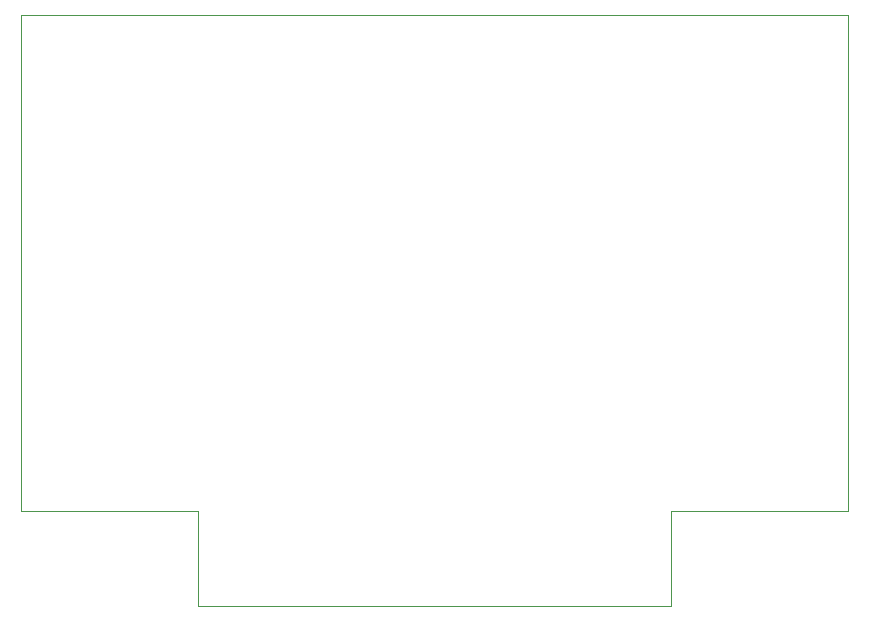
<source format=gbr>
%TF.GenerationSoftware,KiCad,Pcbnew,(7.0.0)*%
%TF.CreationDate,2024-03-24T15:02:48+02:00*%
%TF.ProjectId,MMPCB,4d4d5043-422e-46b6-9963-61645f706362,rev?*%
%TF.SameCoordinates,Original*%
%TF.FileFunction,Profile,NP*%
%FSLAX46Y46*%
G04 Gerber Fmt 4.6, Leading zero omitted, Abs format (unit mm)*
G04 Created by KiCad (PCBNEW (7.0.0)) date 2024-03-24 15:02:49*
%MOMM*%
%LPD*%
G01*
G04 APERTURE LIST*
%TA.AperFunction,Profile*%
%ADD10C,0.100000*%
%TD*%
G04 APERTURE END LIST*
D10*
X165100000Y-145100000D02*
X165100000Y-137100000D01*
X125100000Y-145100000D02*
X165100000Y-145100000D01*
X125100000Y-137100000D02*
X125100000Y-145100000D01*
X110100000Y-137100000D02*
X125100000Y-137100000D01*
X110100000Y-95100000D02*
X110100000Y-137100000D01*
X180100000Y-95100000D02*
X110100000Y-95100000D01*
X180100000Y-137100000D02*
X180100000Y-95100000D01*
X165100000Y-137100000D02*
X180100000Y-137100000D01*
M02*

</source>
